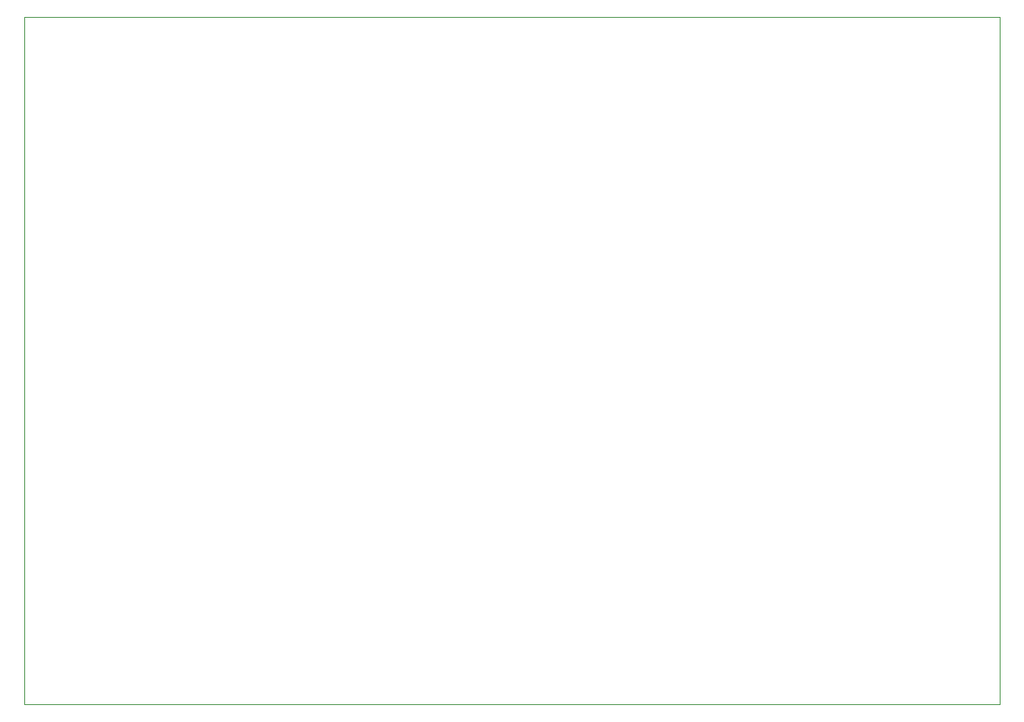
<source format=gbr>
%TF.GenerationSoftware,KiCad,Pcbnew,8.0.3*%
%TF.CreationDate,2024-06-24T21:54:25-07:00*%
%TF.ProjectId,Hardware_Device,48617264-7761-4726-955f-446576696365,rev?*%
%TF.SameCoordinates,Original*%
%TF.FileFunction,Profile,NP*%
%FSLAX46Y46*%
G04 Gerber Fmt 4.6, Leading zero omitted, Abs format (unit mm)*
G04 Created by KiCad (PCBNEW 8.0.3) date 2024-06-24 21:54:25*
%MOMM*%
%LPD*%
G01*
G04 APERTURE LIST*
%TA.AperFunction,Profile*%
%ADD10C,0.050000*%
%TD*%
G04 APERTURE END LIST*
D10*
X135300000Y-30250000D02*
X237300000Y-30250000D01*
X237300000Y-102250000D01*
X135300000Y-102250000D01*
X135300000Y-30250000D01*
M02*

</source>
